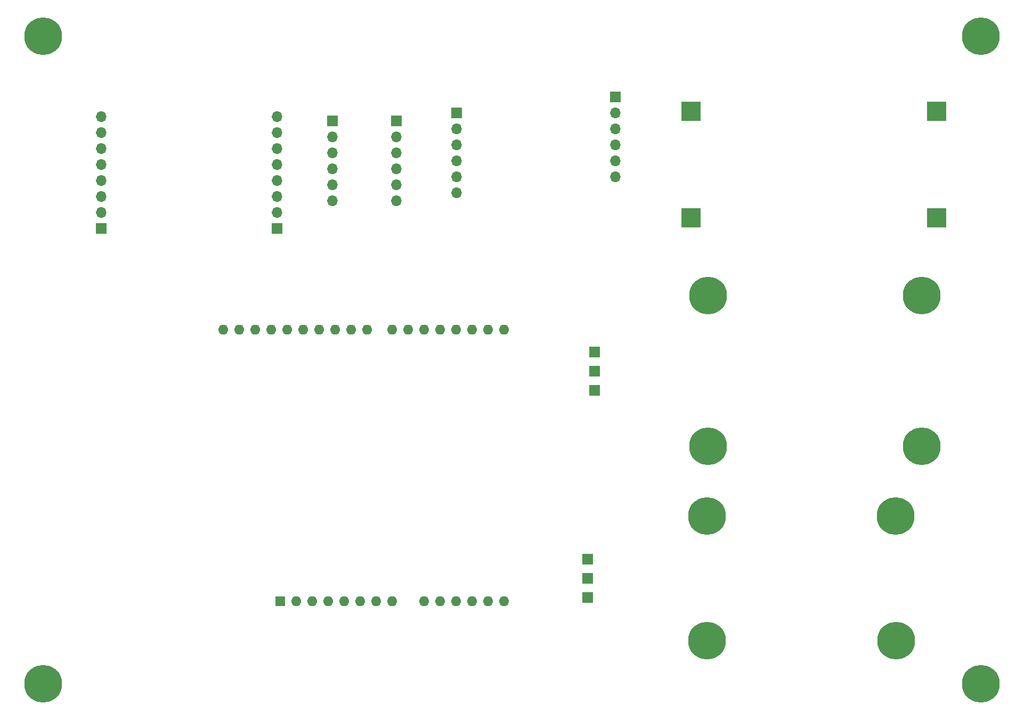
<source format=gbr>
%TF.GenerationSoftware,KiCad,Pcbnew,(5.1.10)-1*%
%TF.CreationDate,2022-01-13T07:12:19+07:00*%
%TF.ProjectId,Atuph,41747570-682e-46b6-9963-61645f706362,rev?*%
%TF.SameCoordinates,Original*%
%TF.FileFunction,Soldermask,Top*%
%TF.FilePolarity,Negative*%
%FSLAX46Y46*%
G04 Gerber Fmt 4.6, Leading zero omitted, Abs format (unit mm)*
G04 Created by KiCad (PCBNEW (5.1.10)-1) date 2022-01-13 07:12:19*
%MOMM*%
%LPD*%
G01*
G04 APERTURE LIST*
%ADD10O,1.600000X1.600000*%
%ADD11R,1.600000X1.600000*%
%ADD12O,1.700000X1.700000*%
%ADD13R,1.700000X1.700000*%
%ADD14C,6.000000*%
%ADD15R,3.048000X3.048000*%
G04 APERTURE END LIST*
D10*
%TO.C,A1*%
X137558000Y-79627000D03*
X115718000Y-79627000D03*
X125878000Y-79627000D03*
X113178000Y-79627000D03*
X110638000Y-79627000D03*
X150258000Y-79627000D03*
X132478000Y-79627000D03*
X135018000Y-79627000D03*
X142638000Y-79627000D03*
X147718000Y-79627000D03*
X145178000Y-79627000D03*
X140098000Y-79627000D03*
X108098000Y-79627000D03*
X105558000Y-79627000D03*
X120798000Y-79627000D03*
X123338000Y-79627000D03*
X128418000Y-79627000D03*
X118258000Y-79627000D03*
X117238000Y-122807000D03*
X132478000Y-122807000D03*
D11*
X114698000Y-122807000D03*
D10*
X127398000Y-122807000D03*
X119778000Y-122807000D03*
X129938000Y-122807000D03*
X150258000Y-122807000D03*
X122318000Y-122807000D03*
X124858000Y-122807000D03*
X142638000Y-122807000D03*
X137558000Y-122807000D03*
X140098000Y-122807000D03*
X145178000Y-122807000D03*
X147718000Y-122807000D03*
%TD*%
D12*
%TO.C,L1*%
X133144000Y-49007000D03*
D13*
X133144000Y-46467000D03*
D12*
X133144000Y-56627000D03*
X133144000Y-51547000D03*
X133144000Y-59167000D03*
X133144000Y-54087000D03*
X122984000Y-51547000D03*
X122984000Y-56627000D03*
D13*
X122984000Y-46467000D03*
D12*
X122984000Y-59167000D03*
X122984000Y-49007000D03*
X122984000Y-54087000D03*
%TD*%
%TO.C,E1*%
X86248000Y-50863000D03*
D13*
X86248000Y-63563000D03*
D12*
X86248000Y-45783000D03*
X86248000Y-55943000D03*
X86248000Y-58483000D03*
X86248000Y-61023000D03*
X86248000Y-48323000D03*
X86248000Y-53403000D03*
X114188000Y-48323000D03*
X114188000Y-53403000D03*
X114188000Y-61023000D03*
X114188000Y-58483000D03*
X114188000Y-55943000D03*
X114188000Y-45783000D03*
D13*
X114188000Y-63563000D03*
D12*
X114188000Y-50863000D03*
%TD*%
D14*
%TO.C,H4*%
X77000000Y-33000000D03*
%TD*%
%TO.C,H3*%
X226000000Y-33000000D03*
%TD*%
%TO.C,H2*%
X226000000Y-136000000D03*
%TD*%
%TO.C,H1*%
X77000000Y-136000000D03*
%TD*%
D13*
%TO.C,D1*%
X164627000Y-83183000D03*
X164627000Y-86231000D03*
X164627000Y-89279000D03*
D14*
X216627000Y-74231000D03*
X182627000Y-74231000D03*
X182627000Y-98231000D03*
X216627000Y-98231000D03*
%TD*%
D13*
%TO.C,D2*%
X163494000Y-119168000D03*
X163494000Y-122216000D03*
X163494000Y-116120000D03*
D14*
X182492000Y-129074000D03*
X182492000Y-109292000D03*
X212514000Y-129104000D03*
X212464000Y-109262000D03*
%TD*%
D12*
%TO.C,L3*%
X167922000Y-55388000D03*
X167922000Y-50308000D03*
X167922000Y-45228000D03*
D13*
X167922000Y-42688000D03*
D12*
X167922000Y-52848000D03*
X167922000Y-47768000D03*
X142702000Y-57928000D03*
X142702000Y-52848000D03*
X142702000Y-47768000D03*
D13*
X142702000Y-45228000D03*
D12*
X142702000Y-55388000D03*
X142702000Y-50308000D03*
%TD*%
D15*
%TO.C,L2*%
X218967000Y-61914000D03*
X218967000Y-44914000D03*
X179967000Y-44914000D03*
X179967000Y-61914000D03*
%TD*%
M02*

</source>
